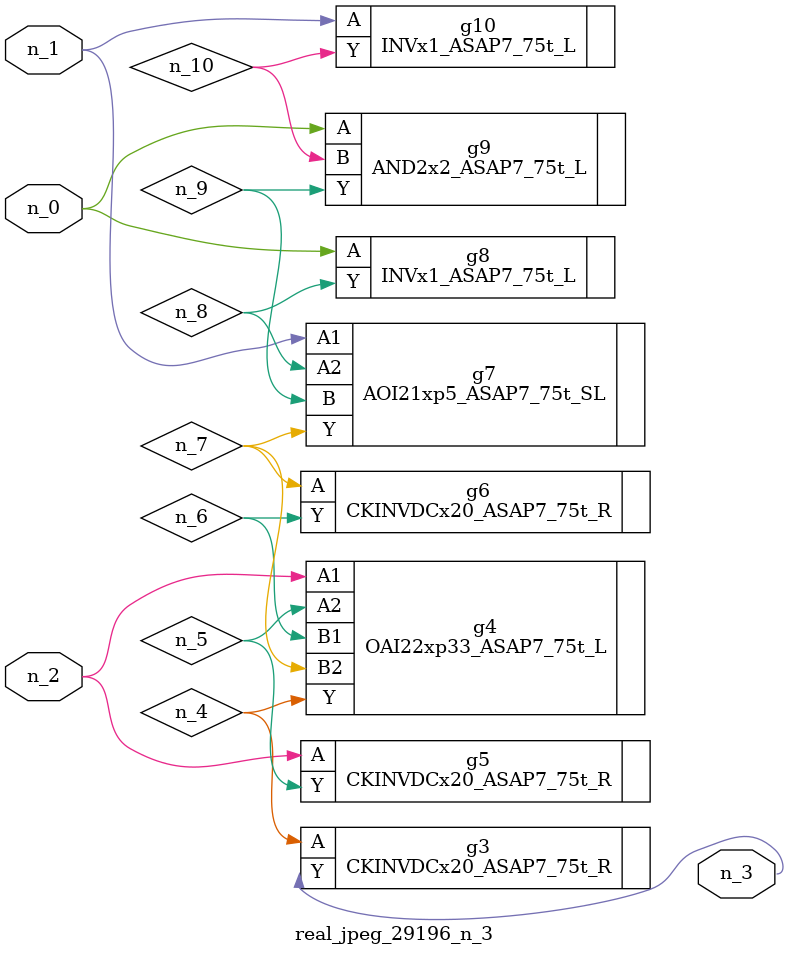
<source format=v>
module real_jpeg_29196_n_3 (n_1, n_0, n_2, n_3);

input n_1;
input n_0;
input n_2;

output n_3;

wire n_5;
wire n_8;
wire n_4;
wire n_6;
wire n_7;
wire n_10;
wire n_9;

INVx1_ASAP7_75t_L g8 ( 
.A(n_0),
.Y(n_8)
);

AND2x2_ASAP7_75t_L g9 ( 
.A(n_0),
.B(n_10),
.Y(n_9)
);

AOI21xp5_ASAP7_75t_SL g7 ( 
.A1(n_1),
.A2(n_8),
.B(n_9),
.Y(n_7)
);

INVx1_ASAP7_75t_L g10 ( 
.A(n_1),
.Y(n_10)
);

OAI22xp33_ASAP7_75t_L g4 ( 
.A1(n_2),
.A2(n_5),
.B1(n_6),
.B2(n_7),
.Y(n_4)
);

CKINVDCx20_ASAP7_75t_R g5 ( 
.A(n_2),
.Y(n_5)
);

CKINVDCx20_ASAP7_75t_R g3 ( 
.A(n_4),
.Y(n_3)
);

CKINVDCx20_ASAP7_75t_R g6 ( 
.A(n_7),
.Y(n_6)
);


endmodule
</source>
